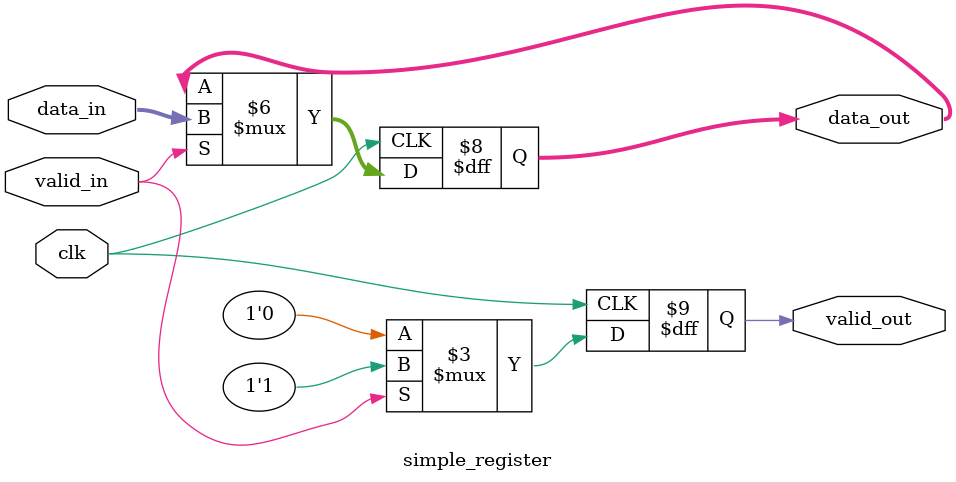
<source format=v>
module simple_register (
    input clk,
    input [15:0] data_in,
    output reg [15:0] data_out,
    input valid_in,
    output reg valid_out
);
    always @(posedge clk) begin
        if (valid_in) begin
            data_out <= data_in;
            valid_out <= 1;
        end else begin
            valid_out <= 0;
        end
    end
endmodule

</source>
